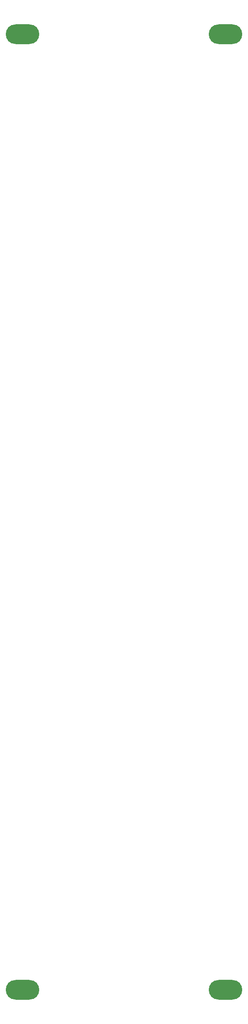
<source format=gbr>
%TF.GenerationSoftware,KiCad,Pcbnew,5.1.10-88a1d61d58~90~ubuntu21.04.1*%
%TF.CreationDate,2021-10-21T11:16:34+02:00*%
%TF.ProjectId,panel-blank-5cm,70616e65-6c2d-4626-9c61-6e6b2d35636d,rev?*%
%TF.SameCoordinates,Original*%
%TF.FileFunction,Soldermask,Bot*%
%TF.FilePolarity,Negative*%
%FSLAX46Y46*%
G04 Gerber Fmt 4.6, Leading zero omitted, Abs format (unit mm)*
G04 Created by KiCad (PCBNEW 5.1.10-88a1d61d58~90~ubuntu21.04.1) date 2021-10-21 11:16:34*
%MOMM*%
%LPD*%
G01*
G04 APERTURE LIST*
%ADD10O,6.800000X4.000000*%
G04 APERTURE END LIST*
D10*
%TO.C,REF\u002A\u002A*%
X85600000Y-247000000D03*
X85600000Y-53000000D03*
%TD*%
%TO.C,REF\u002A\u002A*%
X44400000Y-53000000D03*
X44400000Y-247000000D03*
%TD*%
M02*

</source>
